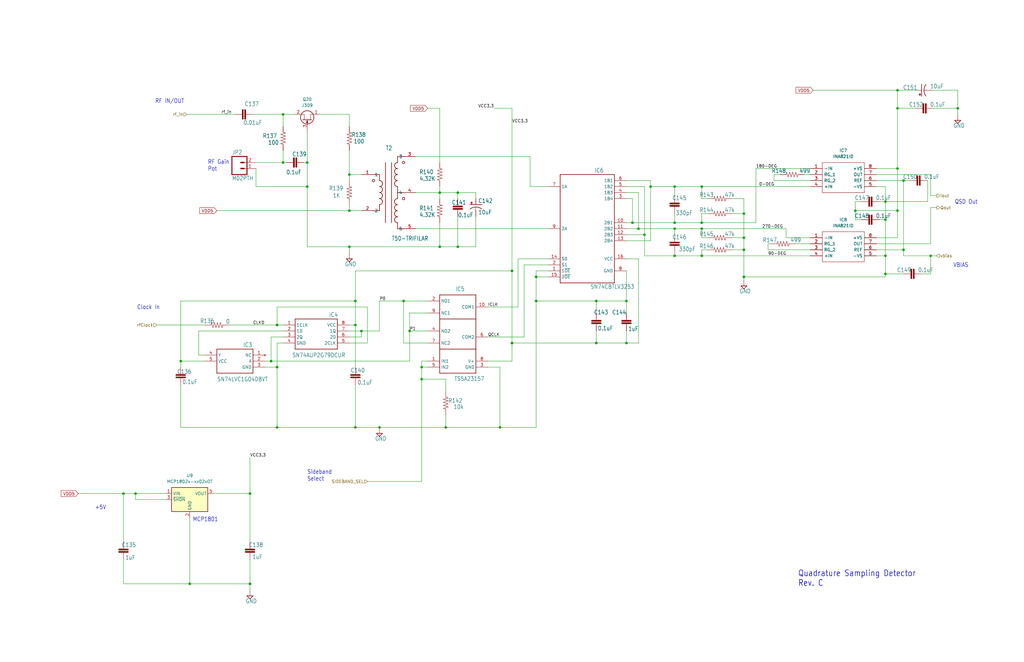
<source format=kicad_sch>
(kicad_sch (version 20230121) (generator eeschema)
  (paper "B")
  (lib_symbols
    (symbol "Device:Q_NJFET_DSG" (pin_names (offset 0) hide)
      (property "Reference" "Q" (at 5.08 1.27 0))
      (property "Value" "Q_NJFET_DSG" (at 5.08 -1.27 0))
      (symbol "Q_NJFET_DSG_1_1"
        (pin passive line (at 2.54 5.08 270) (length 2.54) (name "D") (number "1"))
        (pin passive line (at 2.54 -5.08 90) (length 2.54) (name "S") (number "2"))
        (pin input line (at -5.08 0 0) (length 5.334) (name "G") (number "3"))
      )
    )
    (symbol "Regulator_Linear:MCP1802x-xx02xOT"
      (property "Reference" "U" (at -6.35 6.35 0))
      (property "Value" "MCP1802x-xx02xOT" (at 0 6.35 0))
      (symbol "MCP1802x-xx02xOT_1_1"
        (pin power_in line (at -10.16 2.54 0) (length 2.54) (name "VIN") (number "1"))
        (pin power_in line (at 0 -7.62 90) (length 2.54) (name "GND") (number "2"))
        (pin input line (at -10.16 0 0) (length 2.54) (name "~{SHDN}") (number "3"))
        (pin no_connect line (at 7.62 0 180) (length 2.54) hide (name "NC") (number "4"))
        (pin power_out line (at 10.16 2.54 180) (length 2.54) (name "VOUT") (number "5"))
      )
    )
    (symbol "SamacSys_Parts:INA821ID" (pin_names (offset 0.762))
      (property "Reference" "IC" (at 24.13 7.62 0))
      (property "Value" "INA821ID" (at 24.13 5.08 0))
      (symbol "INA821ID_0_0"
        (pin passive line (at 0 0 0) (length 5.08) (name "-IN") (number "1"))
        (pin passive line (at 0 -2.54 0) (length 5.08) (name "RG_1") (number "2"))
        (pin passive line (at 0 -5.08 0) (length 5.08) (name "RG_2") (number "3"))
        (pin passive line (at 0 -7.62 0) (length 5.08) (name "+IN") (number "4"))
        (pin passive line (at 27.94 -7.62 180) (length 5.08) (name "-VS") (number "5"))
        (pin passive line (at 27.94 -5.08 180) (length 5.08) (name "REF") (number "6"))
        (pin passive line (at 27.94 -2.54 180) (length 5.08) (name "OUT") (number "7"))
        (pin passive line (at 27.94 0 180) (length 5.08) (name "+VS") (number "8"))
      )
    )
    (symbol "qsd_revB-eagle-import:10UF-25V-20%(PTH)"
      (property "Reference" "C" (at 1.016 0.635 0))
      (property "Value" "10UF-25V-20%(PTH)" (at 1.016 -4.191 0))
      (symbol "10UF-25V-20%(PTH)_1_0"
        (pin passive line (at 0 2.54 270) (length 2.54) (name "+") (number "1"))
        (pin passive line (at 0 -5.08 90) (length 2.54) (name "-") (number "2"))
      )
    )
    (symbol "qsd_revB-eagle-import:CAP0603-CAP"
      (property "Reference" "C" (at 1.524 2.921 0))
      (property "Value" "CAP0603-CAP" (at 1.524 -2.159 0))
      (symbol "CAP0603-CAP_1_0"
        (pin passive line (at 0 5.08 270) (length 2.54) (name "1") (number "1"))
        (pin passive line (at 0 -2.54 90) (length 2.54) (name "2") (number "2"))
      )
    )
    (symbol "qsd_revB-eagle-import:GND" (power)
      (property "Value" "GND" (at -1.905 -3.175 0))
      (symbol "GND_1_0"
        (pin power_in line (at 0 2.54 270) (length 2.54) (name "GND") (number "1"))
      )
    )
    (symbol "qsd_revB-eagle-import:M02PTH"
      (property "Reference" "JP" (at -2.54 5.842 0))
      (property "Value" "M02PTH" (at -2.54 -5.08 0))
      (symbol "M02PTH_1_0"
        (pin passive line (at 7.62 0 180) (length 5.08) (name "1") (number "1"))
        (pin passive line (at 7.62 2.54 180) (length 5.08) (name "2") (number "2"))
      )
    )
    (symbol "qsd_revB-eagle-import:RESISTOR0603-RES"
      (property "Reference" "R" (at -3.81 1.4986 0))
      (property "Value" "RESISTOR0603-RES" (at -3.81 -3.302 0))
      (symbol "RESISTOR0603-RES_1_0"
        (pin passive line (at -5.08 0 0) (length 2.54) (name "1") (number "1"))
        (pin passive line (at 5.08 0 180) (length 2.54) (name "2") (number "2"))
      )
    )
    (symbol "qsd_revB-eagle-import:SN74AUP2G79DCUR"
      (property "Reference" "IC1002" (at 19.304 4.318 0))
      (property "Value" "SN74AUP2G79DCUR" (at 3.81 -12.7 0))
      (symbol "SN74AUP2G79DCUR_1_0"
        (pin input line (at 0 0 0) (length 5.08) (name "1CLK") (number "1"))
        (pin input line (at 0 -2.54 0) (length 5.08) (name "1D") (number "2"))
        (pin output line (at 0 -5.08 0) (length 5.08) (name "2Q") (number "3"))
        (pin bidirectional line (at 0 -7.62 0) (length 5.08) (name "GND") (number "4"))
        (pin input line (at 27.94 -7.62 180) (length 5.08) (name "2CLK") (number "5"))
        (pin input line (at 27.94 -5.08 180) (length 5.08) (name "2D") (number "6"))
        (pin output line (at 27.94 -2.54 180) (length 5.08) (name "1Q") (number "7"))
        (pin input line (at 27.94 0 180) (length 5.08) (name "VCC") (number "8"))
      )
    )
    (symbol "qsd_revB-eagle-import:SN74CBTLV3253"
      (property "Reference" "IC1004" (at 14.478 46.482 0))
      (property "Value" "SN74CBTLV3253" (at 12.7 -2.54 0))
      (symbol "SN74CBTLV3253_1_0"
        (pin input line (at -5.08 5.08 0) (length 5.08) (name "1~{OE}") (number "1"))
        (pin bidirectional line (at 27.94 25.4 180) (length 5.08) (name "2B1") (number "10"))
        (pin bidirectional line (at 27.94 22.86 180) (length 5.08) (name "2B2") (number "11"))
        (pin bidirectional line (at 27.94 20.32 180) (length 5.08) (name "2B3") (number "12"))
        (pin bidirectional line (at 27.94 17.78 180) (length 5.08) (name "2B4") (number "13"))
        (pin input line (at -5.08 10.16 0) (length 5.08) (name "S0") (number "14"))
        (pin input line (at -5.08 2.54 0) (length 5.08) (name "2~{OE}") (number "15"))
        (pin input line (at 27.94 10.16 180) (length 5.08) (name "VCC") (number "16"))
        (pin input line (at -5.08 7.62 0) (length 5.08) (name "S1") (number "2"))
        (pin bidirectional line (at 27.94 35.56 180) (length 5.08) (name "1B4") (number "3"))
        (pin bidirectional line (at 27.94 38.1 180) (length 5.08) (name "1B3") (number "4"))
        (pin bidirectional line (at 27.94 40.64 180) (length 5.08) (name "1B2") (number "5"))
        (pin bidirectional line (at 27.94 43.18 180) (length 5.08) (name "1B1") (number "6"))
        (pin bidirectional line (at -5.08 40.64 0) (length 5.08) (name "1A") (number "7"))
        (pin bidirectional line (at 27.94 5.08 180) (length 5.08) (name "GND") (number "8"))
        (pin bidirectional line (at -5.08 22.86 0) (length 5.08) (name "2A") (number "9"))
      )
    )
    (symbol "qsd_revB-eagle-import:SN74LVC1G04DBVT"
      (property "Reference" "IC" (at 21.59 7.62 0))
      (property "Value" "SN74LVC1G04DBVT" (at 21.59 5.08 0))
      (symbol "SN74LVC1G04DBVT_1_0"
        (pin no_connect line (at 0 0 0) (length 5.08) (name "NC") (number "1"))
        (pin input line (at 0 -2.54 0) (length 5.08) (name "A") (number "2"))
        (pin power_in line (at 0 -5.08 0) (length 5.08) (name "GND") (number "3"))
        (pin output line (at 25.4 0 180) (length 5.08) (name "Y") (number "4"))
        (pin power_in line (at 25.4 -2.54 180) (length 5.08) (name "VCC") (number "5"))
      )
    )
    (symbol "qsd_revB-eagle-import:T50-TRIFILAR"
      (property "Reference" "T2" (at 5.08 25.4 0))
      (property "Value" "T50-TRIFILAR" (at 7.62 -12.7 0))
      (symbol "T50-TRIFILAR_1_0"
        (pin passive line (at -5.08 15.24 0) (length 5.08) (name "1") (number "1"))
        (pin passive line (at -5.08 0 0) (length 5.08) (name "2") (number "2"))
        (pin passive line (at 17.78 22.86 180) (length 5.08) (name "3") (number "3"))
        (pin passive line (at 17.78 7.62 180) (length 5.08) (name "4") (number "4"))
        (pin passive line (at 17.78 -7.62 180) (length 5.08) (name "5") (number "5"))
      )
    )
    (symbol "qsd_revB-eagle-import:TS5A23157"
      (property "Reference" "IC1003" (at 6.604 34.544 0))
      (property "Value" "TS5A23157" (at 6.096 -3.302 0))
      (symbol "TS5A23157_1_0"
        (pin input line (at -5.08 5.08 0) (length 5.08) (name "IN1") (number "1"))
        (pin bidirectional line (at 20.32 27.94 180) (length 5.08) (name "COM1") (number "10"))
        (pin bidirectional line (at -5.08 30.48 0) (length 5.08) (name "NO1") (number "2"))
        (pin bidirectional line (at 20.32 2.54 180) (length 5.08) (name "GND") (number "3"))
        (pin bidirectional line (at -5.08 17.78 0) (length 5.08) (name "NO2") (number "4"))
        (pin input line (at -5.08 2.54 0) (length 5.08) (name "IN2") (number "5"))
        (pin bidirectional line (at 20.32 15.24 180) (length 5.08) (name "COM2") (number "6"))
        (pin bidirectional line (at -5.08 12.7 0) (length 5.08) (name "NC2") (number "7"))
        (pin input line (at 20.32 5.08 180) (length 5.08) (name "V+") (number "8"))
        (pin bidirectional line (at -5.08 25.4 0) (length 5.08) (name "NC1") (number "9"))
      )
    )
  )
  (junction (at 266.7 93.98))
  (junction (at 269.24 96.52))
  (junction (at 177.8 160.02))
  (junction (at 193.04 81.28))
  (junction (at 378.46 71.12))
  (junction (at 52.07 208.28))
  (junction (at 274.32 78.74))
  (junction (at 403.86 45.72))
  (junction (at 295.91 96.52))
  (junction (at 264.16 127))
  (junction (at 80.01 246.38))
  (junction (at 57.15 208.28))
  (junction (at 147.32 88.9))
  (junction (at 210.82 180.34))
  (junction (at 378.46 45.72))
  (junction (at 378.46 88.9))
  (junction (at 226.06 116.84))
  (junction (at 313.69 105.41))
  (junction (at 105.41 208.28))
  (junction (at 116.84 180.34))
  (junction (at 284.48 107.95))
  (junction (at 313.69 90.17))
  (junction (at 373.38 85.09))
  (junction (at 215.9 144.78))
  (junction (at 264.16 144.78))
  (junction (at 119.38 68.58))
  (junction (at 160.02 180.34))
  (junction (at 149.86 180.34))
  (junction (at 373.38 92.71))
  (junction (at 381 105.41))
  (junction (at 185.42 104.14))
  (junction (at 129.54 68.58))
  (junction (at 373.38 107.95))
  (junction (at 215.9 114.3))
  (junction (at 271.78 99.06))
  (junction (at 251.46 127))
  (junction (at 284.48 96.52))
  (junction (at 381 76.2))
  (junction (at 116.84 154.94))
  (junction (at 152.4 139.7))
  (junction (at 119.38 48.26))
  (junction (at 295.91 107.95))
  (junction (at 170.18 127))
  (junction (at 295.91 78.74))
  (junction (at 284.48 78.74))
  (junction (at 114.3 152.4))
  (junction (at 147.32 104.14))
  (junction (at 193.04 104.14))
  (junction (at 295.91 93.98))
  (junction (at 177.8 154.94))
  (junction (at 129.54 78.74))
  (junction (at 226.06 127))
  (junction (at 172.72 139.7))
  (junction (at 116.84 137.16))
  (junction (at 147.32 73.66))
  (junction (at 284.48 93.98))
  (junction (at 373.38 115.57))
  (junction (at 392.43 107.95))
  (junction (at 185.42 81.28))
  (junction (at 313.69 100.33))
  (junction (at 76.2 152.4))
  (junction (at 378.46 38.1))
  (junction (at 105.41 246.38))
  (junction (at 360.68 88.9))
  (junction (at 149.86 137.16))
  (junction (at 187.96 180.34))
  (junction (at 251.46 144.78))
  (junction (at 313.69 116.84))
  (junction (at 149.86 127))
  (wire (pts (xy 147.32 76.2) (xy 147.32 73.66)))
  (wire (pts (xy 129.54 68.58) (xy 129.54 78.74)))
  (wire (pts (xy 177.8 160.02) (xy 177.8 203.2)))
  (wire (pts (xy 378.46 38.1) (xy 378.46 45.72)))
  (wire (pts (xy 129.54 78.74) (xy 129.54 104.14)))
  (wire (pts (xy 185.42 93.98) (xy 185.42 104.14)))
  (wire (pts (xy 378.46 71.12) (xy 378.46 88.9)))
  (wire (pts (xy 308.61 90.17) (xy 313.69 90.17)))
  (wire (pts (xy 323.85 105.41) (xy 323.85 102.87)))
  (wire (pts (xy 172.72 132.08) (xy 180.34 132.08)))
  (wire (pts (xy 373.38 115.57) (xy 373.38 116.84)))
  (wire (pts (xy 231.14 116.84) (xy 226.06 116.84)))
  (wire (pts (xy 298.45 100.33) (xy 295.91 100.33)))
  (wire (pts (xy 52.07 246.38) (xy 80.01 246.38)))
  (wire (pts (xy 218.44 109.22) (xy 231.14 109.22)))
  (wire (pts (xy 111.76 154.94) (xy 116.84 154.94)))
  (wire (pts (xy 369.57 100.33) (xy 378.46 100.33)))
  (wire (pts (xy 180.34 144.78) (xy 170.18 144.78)))
  (wire (pts (xy 200.66 104.14) (xy 193.04 104.14)))
  (wire (pts (xy 129.54 55.88) (xy 129.54 68.58)))
  (wire (pts (xy 378.46 100.33) (xy 378.46 88.9)))
  (wire (pts (xy 180.34 152.4) (xy 177.8 152.4)))
  (wire (pts (xy 147.32 86.36) (xy 147.32 88.9)))
  (wire (pts (xy 373.38 115.57) (xy 381 115.57)))
  (wire (pts (xy 391.16 76.2) (xy 391.16 85.09)))
  (wire (pts (xy 205.74 129.54) (xy 218.44 129.54)))
  (wire (pts (xy 284.48 93.98) (xy 266.7 93.98)))
  (wire (pts (xy 284.48 78.74) (xy 295.91 78.74)))
  (wire (pts (xy 147.32 88.9) (xy 152.4 88.9)))
  (wire (pts (xy 295.91 100.33) (xy 295.91 96.52)))
  (wire (pts (xy 193.04 91.44) (xy 193.04 104.14)))
  (wire (pts (xy 220.98 142.24) (xy 220.98 111.76)))
  (wire (pts (xy 210.82 180.34) (xy 226.06 180.34)))
  (wire (pts (xy 313.69 116.84) (xy 313.69 118.11)))
  (wire (pts (xy 149.86 127) (xy 149.86 114.3)))
  (wire (pts (xy 284.48 96.52) (xy 295.91 96.52)))
  (wire (pts (xy 388.62 115.57) (xy 392.43 115.57)))
  (wire (pts (xy 83.82 139.7) (xy 119.38 139.7)))
  (wire (pts (xy 373.38 107.95) (xy 373.38 115.57)))
  (wire (pts (xy 231.14 114.3) (xy 226.06 114.3)))
  (wire (pts (xy 105.41 236.22) (xy 105.41 246.38)))
  (wire (pts (xy 369.57 105.41) (xy 381 105.41)))
  (wire (pts (xy 80.01 218.44) (xy 80.01 246.38)))
  (wire (pts (xy 381 107.95) (xy 381 105.41)))
  (wire (pts (xy 193.04 81.28) (xy 185.42 81.28)))
  (wire (pts (xy 200.66 81.28) (xy 193.04 81.28)))
  (wire (pts (xy 328.93 73.66) (xy 326.39 73.66)))
  (wire (pts (xy 185.42 81.28) (xy 185.42 83.82)))
  (wire (pts (xy 298.45 90.17) (xy 295.91 90.17)))
  (wire (pts (xy 80.01 246.38) (xy 105.41 246.38)))
  (wire (pts (xy 392.43 73.66) (xy 392.43 82.55)))
  (wire (pts (xy 215.9 144.78) (xy 215.9 114.3)))
  (wire (pts (xy 271.78 99.06) (xy 264.16 99.06)))
  (wire (pts (xy 369.57 73.66) (xy 392.43 73.66)))
  (wire (pts (xy 200.66 83.82) (xy 200.66 81.28)))
  (wire (pts (xy 308.61 100.33) (xy 313.69 100.33)))
  (wire (pts (xy 154.94 129.54) (xy 116.84 129.54)))
  (wire (pts (xy 335.28 102.87) (xy 341.63 102.87)))
  (wire (pts (xy 392.43 82.55) (xy 394.97 82.55)))
  (wire (pts (xy 152.4 139.7) (xy 160.02 139.7)))
  (wire (pts (xy 187.96 175.26) (xy 187.96 180.34)))
  (wire (pts (xy 271.78 99.06) (xy 271.78 107.95)))
  (wire (pts (xy 210.82 180.34) (xy 187.96 180.34)))
  (wire (pts (xy 149.86 127) (xy 76.2 127)))
  (wire (pts (xy 251.46 144.78) (xy 264.16 144.78)))
  (wire (pts (xy 90.17 208.28) (xy 105.41 208.28)))
  (wire (pts (xy 218.44 129.54) (xy 218.44 109.22)))
  (wire (pts (xy 323.85 102.87) (xy 325.12 102.87)))
  (wire (pts (xy 394.97 107.95) (xy 392.43 107.95)))
  (wire (pts (xy 313.69 100.33) (xy 313.69 105.41)))
  (wire (pts (xy 116.84 154.94) (xy 116.84 180.34)))
  (wire (pts (xy 152.4 73.66) (xy 147.32 73.66)))
  (wire (pts (xy 147.32 137.16) (xy 149.86 137.16)))
  (wire (pts (xy 369.57 107.95) (xy 373.38 107.95)))
  (wire (pts (xy 373.38 92.71) (xy 373.38 107.95)))
  (wire (pts (xy 373.38 85.09) (xy 391.16 85.09)))
  (wire (pts (xy 298.45 83.82) (xy 295.91 83.82)))
  (wire (pts (xy 147.32 104.14) (xy 147.32 106.68)))
  (wire (pts (xy 378.46 45.72) (xy 386.08 45.72)))
  (wire (pts (xy 381 105.41) (xy 381 76.2)))
  (wire (pts (xy 269.24 109.22) (xy 269.24 144.78)))
  (wire (pts (xy 313.69 83.82) (xy 313.69 90.17)))
  (wire (pts (xy 149.86 114.3) (xy 215.9 114.3)))
  (wire (pts (xy 226.06 114.3) (xy 226.06 116.84)))
  (wire (pts (xy 313.69 90.17) (xy 313.69 100.33)))
  (wire (pts (xy 381 76.2) (xy 369.57 76.2)))
  (wire (pts (xy 129.54 104.14) (xy 147.32 104.14)))
  (wire (pts (xy 52.07 236.22) (xy 52.07 246.38)))
  (wire (pts (xy 69.85 210.82) (xy 57.15 210.82)))
  (wire (pts (xy 269.24 96.52) (xy 264.16 96.52)))
  (wire (pts (xy 160.02 139.7) (xy 160.02 127)))
  (wire (pts (xy 152.4 139.7) (xy 152.4 142.24)))
  (wire (pts (xy 180.34 45.72) (xy 185.42 45.72)))
  (wire (pts (xy 172.72 139.7) (xy 172.72 132.08)))
  (wire (pts (xy 177.8 154.94) (xy 177.8 160.02)))
  (wire (pts (xy 226.06 127) (xy 251.46 127)))
  (wire (pts (xy 369.57 78.74) (xy 373.38 78.74)))
  (wire (pts (xy 114.3 152.4) (xy 111.76 152.4)))
  (wire (pts (xy 86.36 149.86) (xy 83.82 149.86)))
  (wire (pts (xy 105.41 208.28) (xy 105.41 228.6)))
  (wire (pts (xy 205.74 154.94) (xy 210.82 154.94)))
  (wire (pts (xy 170.18 127) (xy 180.34 127)))
  (wire (pts (xy 298.45 105.41) (xy 295.91 105.41)))
  (wire (pts (xy 66.04 137.16) (xy 86.36 137.16)))
  (wire (pts (xy 392.43 107.95) (xy 381 107.95)))
  (wire (pts (xy 147.32 73.66) (xy 147.32 63.5)))
  (wire (pts (xy 33.02 208.28) (xy 52.07 208.28)))
  (wire (pts (xy 119.38 142.24) (xy 114.3 142.24)))
  (wire (pts (xy 223.52 66.04) (xy 223.52 78.74)))
  (wire (pts (xy 116.84 144.78) (xy 116.84 154.94)))
  (wire (pts (xy 107.95 71.12) (xy 107.95 78.74)))
  (wire (pts (xy 274.32 78.74) (xy 274.32 76.2)))
  (wire (pts (xy 403.86 38.1) (xy 403.86 45.72)))
  (wire (pts (xy 154.94 144.78) (xy 154.94 129.54)))
  (wire (pts (xy 147.32 53.34) (xy 147.32 48.26)))
  (wire (pts (xy 149.86 137.16) (xy 149.86 154.94)))
  (wire (pts (xy 76.2 162.56) (xy 76.2 180.34)))
  (wire (pts (xy 392.43 87.63) (xy 394.97 87.63)))
  (wire (pts (xy 393.7 45.72) (xy 403.86 45.72)))
  (wire (pts (xy 271.78 107.95) (xy 284.48 107.95)))
  (wire (pts (xy 177.8 152.4) (xy 177.8 154.94)))
  (wire (pts (xy 119.38 137.16) (xy 116.84 137.16)))
  (wire (pts (xy 295.91 107.95) (xy 341.63 107.95)))
  (wire (pts (xy 360.68 88.9) (xy 378.46 88.9)))
  (wire (pts (xy 392.43 102.87) (xy 392.43 87.63)))
  (wire (pts (xy 175.26 66.04) (xy 223.52 66.04)))
  (wire (pts (xy 360.68 88.9) (xy 360.68 92.71)))
  (wire (pts (xy 210.82 154.94) (xy 210.82 180.34)))
  (wire (pts (xy 180.34 139.7) (xy 172.72 139.7)))
  (wire (pts (xy 331.47 100.33) (xy 341.63 100.33)))
  (wire (pts (xy 185.42 78.74) (xy 185.42 81.28)))
  (wire (pts (xy 264.16 139.7) (xy 264.16 144.78)))
  (wire (pts (xy 106.68 48.26) (xy 119.38 48.26)))
  (wire (pts (xy 175.26 81.28) (xy 185.42 81.28)))
  (wire (pts (xy 363.22 85.09) (xy 360.68 85.09)))
  (wire (pts (xy 226.06 127) (xy 226.06 180.34)))
  (wire (pts (xy 107.95 68.58) (xy 119.38 68.58)))
  (wire (pts (xy 269.24 81.28) (xy 269.24 96.52)))
  (wire (pts (xy 193.04 104.14) (xy 185.42 104.14)))
  (wire (pts (xy 52.07 208.28) (xy 52.07 228.6)))
  (wire (pts (xy 369.57 102.87) (xy 392.43 102.87)))
  (wire (pts (xy 360.68 92.71) (xy 363.22 92.71)))
  (wire (pts (xy 215.9 45.72) (xy 208.28 45.72)))
  (wire (pts (xy 119.38 68.58) (xy 120.65 68.58)))
  (wire (pts (xy 175.26 96.52) (xy 231.14 96.52)))
  (wire (pts (xy 172.72 152.4) (xy 172.72 139.7)))
  (wire (pts (xy 308.61 83.82) (xy 313.69 83.82)))
  (wire (pts (xy 264.16 101.6) (xy 274.32 101.6)))
  (wire (pts (xy 271.78 78.74) (xy 271.78 99.06)))
  (wire (pts (xy 220.98 111.76) (xy 231.14 111.76)))
  (wire (pts (xy 149.86 137.16) (xy 149.86 127)))
  (wire (pts (xy 147.32 144.78) (xy 154.94 144.78)))
  (wire (pts (xy 119.38 63.5) (xy 119.38 68.58)))
  (wire (pts (xy 57.15 208.28) (xy 52.07 208.28)))
  (wire (pts (xy 187.96 160.02) (xy 177.8 160.02)))
  (wire (pts (xy 147.32 139.7) (xy 152.4 139.7)))
  (wire (pts (xy 360.68 85.09) (xy 360.68 88.9)))
  (wire (pts (xy 373.38 78.74) (xy 373.38 85.09)))
  (wire (pts (xy 116.84 129.54) (xy 116.84 137.16)))
  (wire (pts (xy 187.96 165.1) (xy 187.96 160.02)))
  (wire (pts (xy 264.16 127) (xy 251.46 127)))
  (wire (pts (xy 180.34 154.94) (xy 177.8 154.94)))
  (wire (pts (xy 284.48 82.55) (xy 284.48 78.74)))
  (wire (pts (xy 295.91 105.41) (xy 295.91 107.95)))
  (wire (pts (xy 284.48 107.95) (xy 295.91 107.95)))
  (wire (pts (xy 264.16 114.3) (xy 264.16 127)))
  (wire (pts (xy 274.32 78.74) (xy 274.32 101.6)))
  (wire (pts (xy 295.91 90.17) (xy 295.91 93.98)))
  (wire (pts (xy 369.57 71.12) (xy 378.46 71.12)))
  (wire (pts (xy 392.43 115.57) (xy 392.43 107.95)))
  (wire (pts (xy 251.46 132.08) (xy 251.46 127)))
  (wire (pts (xy 134.62 48.26) (xy 147.32 48.26)))
  (wire (pts (xy 116.84 180.34) (xy 149.86 180.34)))
  (wire (pts (xy 149.86 162.56) (xy 149.86 180.34)))
  (wire (pts (xy 205.74 142.24) (xy 220.98 142.24)))
  (wire (pts (xy 119.38 144.78) (xy 116.84 144.78)))
  (wire (pts (xy 119.38 53.34) (xy 119.38 48.26)))
  (wire (pts (xy 96.52 137.16) (xy 116.84 137.16)))
  (wire (pts (xy 223.52 78.74) (xy 231.14 78.74)))
  (wire (pts (xy 187.96 180.34) (xy 160.02 180.34)))
  (wire (pts (xy 205.74 152.4) (xy 215.9 152.4)))
  (wire (pts (xy 295.91 78.74) (xy 341.63 78.74)))
  (wire (pts (xy 295.91 83.82) (xy 295.91 78.74)))
  (wire (pts (xy 393.7 38.1) (xy 403.86 38.1)))
  (wire (pts (xy 107.95 78.74) (xy 129.54 78.74)))
  (wire (pts (xy 284.48 96.52) (xy 284.48 99.06)))
  (wire (pts (xy 269.24 96.52) (xy 284.48 96.52)))
  (wire (pts (xy 200.66 91.44) (xy 200.66 104.14)))
  (wire (pts (xy 91.44 88.9) (xy 147.32 88.9)))
  (wire (pts (xy 264.16 81.28) (xy 269.24 81.28)))
  (wire (pts (xy 99.06 48.26) (xy 78.74 48.26)))
  (wire (pts (xy 295.91 96.52) (xy 331.47 96.52)))
  (wire (pts (xy 105.41 208.28) (xy 105.41 193.04)))
  (wire (pts (xy 373.38 85.09) (xy 373.38 92.71)))
  (wire (pts (xy 57.15 210.82) (xy 57.15 208.28)))
  (wire (pts (xy 185.42 45.72) (xy 185.42 68.58)))
  (wire (pts (xy 318.77 93.98) (xy 295.91 93.98)))
  (wire (pts (xy 318.77 71.12) (xy 341.63 71.12)))
  (wire (pts (xy 373.38 116.84) (xy 313.69 116.84)))
  (wire (pts (xy 264.16 83.82) (xy 266.7 83.82)))
  (wire (pts (xy 264.16 109.22) (xy 269.24 109.22)))
  (wire (pts (xy 185.42 104.14) (xy 147.32 104.14)))
  (wire (pts (xy 284.48 106.68) (xy 284.48 107.95)))
  (wire (pts (xy 323.85 105.41) (xy 341.63 105.41)))
  (wire (pts (xy 215.9 152.4) (xy 215.9 144.78)))
  (wire (pts (xy 76.2 154.94) (xy 76.2 152.4)))
  (wire (pts (xy 226.06 116.84) (xy 226.06 127)))
  (wire (pts (xy 215.9 144.78) (xy 251.46 144.78)))
  (wire (pts (xy 69.85 208.28) (xy 57.15 208.28)))
  (wire (pts (xy 342.9 38.1) (xy 378.46 38.1)))
  (wire (pts (xy 76.2 152.4) (xy 86.36 152.4)))
  (wire (pts (xy 326.39 76.2) (xy 341.63 76.2)))
  (wire (pts (xy 160.02 127) (xy 170.18 127)))
  (wire (pts (xy 152.4 142.24) (xy 147.32 142.24)))
  (wire (pts (xy 266.7 93.98) (xy 264.16 93.98)))
  (wire (pts (xy 295.91 93.98) (xy 284.48 93.98)))
  (wire (pts (xy 331.47 96.52) (xy 331.47 100.33)))
  (wire (pts (xy 193.04 83.82) (xy 193.04 81.28)))
  (wire (pts (xy 215.9 45.72) (xy 215.9 114.3)))
  (wire (pts (xy 251.46 139.7) (xy 251.46 144.78)))
  (wire (pts (xy 264.16 78.74) (xy 271.78 78.74)))
  (wire (pts (xy 386.08 38.1) (xy 378.46 38.1)))
  (wire (pts (xy 83.82 149.86) (xy 83.82 139.7)))
  (wire (pts (xy 177.8 203.2) (xy 154.94 203.2)))
  (wire (pts (xy 284.48 90.17) (xy 284.48 93.98)))
  (wire (pts (xy 266.7 83.82) (xy 266.7 93.98)))
  (wire (pts (xy 370.84 85.09) (xy 373.38 85.09)))
  (wire (pts (xy 264.16 144.78) (xy 269.24 144.78)))
  (wire (pts (xy 274.32 76.2) (xy 264.16 76.2)))
  (wire (pts (xy 313.69 105.41) (xy 313.69 116.84)))
  (wire (pts (xy 308.61 105.41) (xy 313.69 105.41)))
  (wire (pts (xy 170.18 144.78) (xy 170.18 127)))
  (wire (pts (xy 149.86 180.34) (xy 160.02 180.34)))
  (wire (pts (xy 76.2 127) (xy 76.2 152.4)))
  (wire (pts (xy 339.09 73.66) (xy 341.63 73.66)))
  (wire (pts (xy 128.27 68.58) (xy 129.54 68.58)))
  (wire (pts (xy 114.3 152.4) (xy 172.72 152.4)))
  (wire (pts (xy 114.3 142.24) (xy 114.3 152.4)))
  (wire (pts (xy 381 76.2) (xy 383.54 76.2)))
  (wire (pts (xy 370.84 92.71) (xy 373.38 92.71)))
  (wire (pts (xy 378.46 45.72) (xy 378.46 71.12)))
  (wire (pts (xy 318.77 93.98) (xy 318.77 71.12)))
  (wire (pts (xy 116.84 180.34) (xy 76.2 180.34)))
  (wire (pts (xy 264.16 127) (xy 264.16 132.08)))
  (wire (pts (xy 326.39 73.66) (xy 326.39 76.2)))
  (wire (pts (xy 105.41 246.38) (xy 105.41 248.92)))
  (wire (pts (xy 119.38 48.26) (xy 124.46 48.26)))
  (wire (pts (xy 403.86 45.72) (xy 403.86 48.26)))
  (wire (pts (xy 284.48 78.74) (xy 274.32 78.74)))
  (text "Clock In" (at 57.785 130.81 0) (effects (font (size 1.778 1.5113)) (justify left bottom)))
  (text "RF Gain\nPot" (at 87.63 72.39 0) (effects (font (size 1.778 1.5113)) (justify left bottom)))
  (text "Sideband\nSelect" (at 129.54 203.2 0) (effects (font (size 1.778 1.5113)) (justify left bottom)))
  (text "MCP1801" (at 81.28 220.345 0) (effects (font (size 1.778 1.5113)) (justify left bottom)))
  (text "QSD Out" (at 402.59 86.36 0) (effects (font (size 1.778 1.5113)) (justify left bottom)))
  (text "RF IN/OUT" (at 65.405 43.815 0) (effects (font (size 1.778 1.5113)) (justify left bottom)))
  (text "+5V" (at 40.005 215.265 0) (effects (font (size 1.778 1.5113)) (justify left bottom)))
  (text "VBIAS" (at 401.955 113.03 0) (effects (font (size 1.778 1.5113)) (justify left bottom)))
  (text "Quadrature Sampling Detector\nRev. C" (at 336.55 247.65 0) (effects (font (size 2.54 2.159)) (justify left bottom)))
  (text "Quadrature Sampling Detector\nRev. C" (at 336.55 247.65 0) (effects (font (size 2.54 2.159)) (justify left bottom)))
  (label "rf_in" (at 93.345 48.26 0) (effects (font (size 1.2446 1.2446))))
  (label "P0" (at 160.02 127 0) (effects (font (size 1.2446 1.2446))))
  (label "P1" (at 172.72 139.7 0) (effects (font (size 1.2446 1.2446))))
  (label "ICLK" (at 205.74 129.54 0) (effects (font (size 1.2446 1.2446))))
  (label "90-DEG" (at 323.85 107.95 0) (effects (font (size 1.2446 1.2446))))
  (label "VCC3.3" (at 215.9 52.07 0) (effects (font (size 1.2446 1.2446))))
  (label "VCC3.3" (at 208.28 45.72 180) (effects (font (size 1.2446 1.2446))))
  (label "0-DEG" (at 320.04 78.74 0) (effects (font (size 1.2446 1.2446))))
  (label "270-DEG" (at 321.31 96.52 0) (effects (font (size 1.2446 1.2446))))
  (label "VCC3.3" (at 105.41 193.04 0) (effects (font (size 1.2446 1.2446))))
  (label "180-DEG" (at 318.77 71.12 0) (effects (font (size 1.2446 1.2446))))
  (label "QCLK" (at 205.74 142.24 0) (effects (font (size 1.2446 1.2446))))
  (label "CLK0" (at 106.68 137.16 0) (effects (font (size 1.2446 1.2446))))
  (global_label "VDD5" (shape input) (at 180.34 45.72 180) (property "Intersheetrefs" "${INTERSHEET_REFS}" (at 172.5167 45.72 0) (effects (justify right))))
  (global_label "VDD5" (shape input) (at 91.44 88.9 180) (property "Intersheetrefs" "${INTERSHEET_REFS}" (at 83.6167 88.9 0) (effects (justify right))))
  (global_label "VDD5" (shape input) (at 342.9 38.1 180) (property "Intersheetrefs" "${INTERSHEET_REFS}" (at 335.0767 38.1 0) (effects (justify right))))
  (global_label "VDD5" (shape input) (at 33.02 208.28 180) (property "Intersheetrefs" "${INTERSHEET_REFS}" (at 25.1967 208.28 0) (effects (justify right))))
  (hierarchical_label "Iout" (shape output) (at 394.97 82.55 0))
  (hierarchical_label "vbias" (shape input) (at 394.97 107.95 0))
  (hierarchical_label "rfClock" (shape input) (at 66.04 137.16 180))
  (hierarchical_label "rf_in" (shape input) (at 78.74 48.26 180))
  (hierarchical_label "SIDEBAND_SEL" (shape input) (at 154.94 203.2 180))
  (hierarchical_label "Qout" (shape output) (at 394.97 87.63 0))
  (symbol (lib_id "Regulator_Linear:MCP1802x-xx02xOT") (at 80.01 210.82 0) (unit 1)
    (property "Reference" "U9" (at 80.01 200.66 0))
    (property "Value" "MCP1802x-xx02xOT" (at 80.01 203.2 0))
    (property "Footprint" "Package_TO_SOT_SMD:SOT-23-5" (effects hide))
    (property "Datasheet" "http://ww1.microchip.com/downloads/en/DeviceDoc/22053C.pdf" (effects hide))
  )
  (symbol (lib_id "Device:Q_NJFET_DSG") (at 129.54 50.8 270) (mirror x) (unit 1)
    (property "Reference" "Q20" (at 129.54 41.91 90))
    (property "Value" "J309" (at 129.54 44.45 90))
    (property "Footprint" "Package_TO_SOT_SMD:SOT-23" (effects hide))
    (instances (project "fieldRadio" (path "" (reference "Q20") (unit 1))) (project "qsd_revC" (path "" (reference "Q1") (unit 1))))
  )
  (symbol (lib_id "qsd_revB-eagle-import:RESISTOR0603-RES") (at 303.53 83.82 180) (unit 1)
    (property "Reference" "R143" (at 300.99 81.28 0) (effects (font (size 1.778 1.5113)) (justify left bottom)))
    (property "Value" "47k" (at 309.88 81.28 0) (effects (font (size 1.778 1.5113)) (justify left bottom)))
    (property "Footprint" "Resistor_SMD:R_0603_1608Metric_Pad0.98x0.95mm_HandSolder" (effects hide))
    (instances (project "fieldRadio" (path "" (reference "R143") (unit 1))) (project "qsd_revC" (path "" (reference "R4") (unit 1))))
  )
  (symbol (lib_id "qsd_revB-eagle-import:RESISTOR0603-RES") (at 185.42 73.66 90) (unit 1)
    (property "Reference" "R140" (at 182.88 71.6026 90) (effects (font (size 1.778 1.5113)) (justify left bottom)))
    (property "Value" "4.32K" (at 183.642 74.422 90) (effects (font (size 1.778 1.5113)) (justify left bottom)))
    (property "Footprint" "Resistor_SMD:R_0603_1608Metric_Pad0.98x0.95mm_HandSolder" (effects hide))
    (instances (project "fieldRadio" (path "" (reference "R140") (unit 1))) (project "qsd_revC" (path "" (reference "R8") (unit 1))))
  )
  (symbol (lib_id "qsd_revB-eagle-import:CAP0603-CAP") (at 284.48 101.6 180) (unit 1)
    (property "Reference" "C146" (at 289.56 99.06 0) (effects (font (size 1.778 1.5113)) (justify left bottom)))
    (property "Value" "330pF" (at 293.37 104.14 0) (effects (font (size 1.778 1.5113)) (justify left bottom)))
    (property "Footprint" "Capacitor_SMD:C_0603_1608Metric_Pad1.08x0.95mm_HandSolder" (effects hide))
    (instances (project "fieldRadio" (path "" (reference "C146") (unit 1))) (project "qsd_revC" (path "" (reference "C15") (unit 1))))
  )
  (symbol (lib_id "qsd_revB-eagle-import:CAP0603-CAP") (at 52.07 231.14 180) (unit 1)
    (property "Reference" "C135" (at 57.404 228.981 0) (effects (font (size 1.778 1.5113)) (justify left bottom)))
    (property "Value" "1uF" (at 57.15 234.315 0) (effects (font (size 1.778 1.5113)) (justify left bottom)))
    (property "Footprint" "Capacitor_SMD:C_0603_1608Metric_Pad1.08x0.95mm_HandSolder" (effects hide))
    (instances (project "fieldRadio" (path "" (reference "C135") (unit 1))) (project "qsd_revC" (path "" (reference "C1") (unit 1))))
  )
  (symbol (lib_id "qsd_revB-eagle-import:CAP0603-CAP") (at 284.48 85.09 180) (unit 1)
    (property "Reference" "C145" (at 289.56 82.55 0) (effects (font (size 1.778 1.5113)) (justify left bottom)))
    (property "Value" "330pF" (at 292.1 88.9 0) (effects (font (size 1.778 1.5113)) (justify left bottom)))
    (property "Footprint" "Capacitor_SMD:C_0603_1608Metric_Pad1.08x0.95mm_HandSolder" (effects hide))
    (instances (project "fieldRadio" (path "" (reference "C145") (unit 1))) (project "qsd_revC" (path "" (reference "C13") (unit 1))))
  )
  (symbol (lib_id "qsd_revB-eagle-import:RESISTOR0603-RES") (at 187.96 170.18 90) (unit 1)
    (property "Reference" "R142" (at 195.072 168.1226 90) (effects (font (size 1.778 1.5113)) (justify left bottom)))
    (property "Value" "10k" (at 195.58 170.688 90) (effects (font (size 1.778 1.5113)) (justify left bottom)))
    (property "Footprint" "Resistor_SMD:R_0603_1608Metric_Pad0.98x0.95mm_HandSolder" (effects hide))
    (instances (project "fieldRadio" (path "" (reference "R142") (unit 1))) (project "qsd_revC" (path "" (reference "R10") (unit 1))))
  )
  (symbol (lib_id "qsd_revB-eagle-import:CAP0603-CAP") (at 193.04 86.36 180) (unit 1)
    (property "Reference" "C141" (at 196.596 84.455 0) (effects (font (size 1.778 1.5113)) (justify left bottom)))
    (property "Value" "0.1uF" (at 199.644 89.789 0) (effects (font (size 1.778 1.5113)) (justify left bottom)))
    (property "Footprint" "Capacitor_SMD:C_0603_1608Metric_Pad1.08x0.95mm_HandSolder" (effects hide))
    (instances (project "fieldRadio" (path "" (reference "C141") (unit 1))) (project "qsd_revC" (path "" (reference "C6") (unit 1))))
  )
  (symbol (lib_id "qsd_revB-eagle-import:CAP0603-CAP") (at 251.46 134.62 180) (unit 1)
    (property "Reference" "C143" (at 256.54 130.81 0) (effects (font (size 1.778 1.5113)) (justify left bottom)))
    (property "Value" "0.1uF" (at 258.572 137.541 0) (effects (font (size 1.778 1.5113)) (justify left bottom)))
    (property "Footprint" "Capacitor_SMD:C_0603_1608Metric_Pad1.08x0.95mm_HandSolder" (effects hide))
    (instances (project "fieldRadio" (path "" (reference "C143") (unit 1))) (project "qsd_revC" (path "" (reference "C10") (unit 1))))
  )
  (symbol (lib_id "qsd_revB-eagle-import:RESISTOR0603-RES") (at 303.53 100.33 180) (unit 1)
    (property "Reference" "R145" (at 300.99 97.79 0) (effects (font (size 1.778 1.5113)) (justify left bottom)))
    (property "Value" "47k" (at 309.88 97.79 0) (effects (font (size 1.778 1.5113)) (justify left bottom)))
    (property "Footprint" "Resistor_SMD:R_0603_1608Metric_Pad0.98x0.95mm_HandSolder" (effects hide))
    (instances (project "fieldRadio" (path "" (reference "R145") (unit 1))) (project "qsd_revC" (path "" (reference "R12") (unit 1))))
  )
  (symbol (lib_id "qsd_revB-eagle-import:CAP0603-CAP") (at 123.19 68.58 270) (unit 1)
    (property "Reference" "C139" (at 123.19 66.04 90) (effects (font (size 1.778 1.5113)) (justify left bottom)))
    (property "Value" "0.1uF" (at 120.65 73.66 90) (effects (font (size 1.778 1.5113)) (justify left bottom)))
    (property "Footprint" "Capacitor_SMD:C_0603_1608Metric_Pad1.08x0.95mm_HandSolder" (effects hide))
    (instances (project "fieldRadio" (path "" (reference "C139") (unit 1))) (project "qsd_revC" (path "" (reference "C16") (unit 1))))
  )
  (symbol (lib_id "qsd_revB-eagle-import:CAP0603-CAP") (at 386.08 76.2 270) (unit 1)
    (property "Reference" "C150" (at 380.746 75.565 90) (effects (font (size 1.778 1.5113)) (justify left bottom)))
    (property "Value" "0.1uF" (at 389.636 75.565 90) (effects (font (size 1.778 1.5113)) (justify left bottom)))
    (property "Footprint" "Capacitor_SMD:C_0603_1608Metric_Pad1.08x0.95mm_HandSolder" (effects hide))
    (instances (project "fieldRadio" (path "" (reference "C150") (unit 1))) (project "qsd_revC" (path "" (reference "C14") (unit 1))))
  )
  (symbol (lib_id "qsd_revB-eagle-import:CAP0603-CAP") (at 105.41 231.14 180) (unit 1)
    (property "Reference" "C138" (at 110.998 228.981 0) (effects (font (size 1.778 1.5113)) (justify left bottom)))
    (property "Value" "1uF" (at 110.744 234.061 0) (effects (font (size 1.778 1.5113)) (justify left bottom)))
    (property "Footprint" "Capacitor_SMD:C_0603_1608Metric_Pad1.08x0.95mm_HandSolder" (effects hide))
    (instances (project "fieldRadio" (path "" (reference "C138") (unit 1))) (project "qsd_revC" (path "" (reference "C4") (unit 1))))
  )
  (symbol (lib_id "qsd_revB-eagle-import:RESISTOR0603-RES") (at 330.2 102.87 180) (unit 1)
    (property "Reference" "R147" (at 327.66 100.33 0) (effects (font (size 1.778 1.5113)) (justify left bottom)))
    (property "Value" "499" (at 337.82 100.33 0) (effects (font (size 1.778 1.5113)) (justify left bottom)))
    (property "Footprint" "Resistor_SMD:R_0603_1608Metric_Pad0.98x0.95mm_HandSolder" (effects hide))
    (instances (project "fieldRadio" (path "" (reference "R147") (unit 1))) (project "qsd_revC" (path "" (reference "R2") (unit 1))))
  )
  (symbol (lib_id "qsd_revB-eagle-import:TS5A23157") (at 185.42 157.48 0) (unit 1)
    (property "Reference" "IC5" (at 192.024 122.936 0) (effects (font (size 1.778 1.5113)) (justify left bottom)))
    (property "Value" "TS5A23157" (at 191.516 160.782 0) (effects (font (size 1.778 1.5113)) (justify left bottom)))
    (property "Footprint" "Package_SO:VSSOP-10_3x3mm_P0.5mm" (effects hide))
    (instances (project "fieldRadio" (path "" (reference "IC5") (unit 1))) (project "qsd_revC" (path "" (reference "IC4") (unit 1))))
  )
  (symbol (lib_id "qsd_revB-eagle-import:CAP0603-CAP") (at 365.76 85.09 270) (unit 1)
    (property "Reference" "C147" (at 360.426 84.455 90) (effects (font (size 1.778 1.5113)) (justify left bottom)))
    (property "Value" "0.1uF" (at 369.316 84.455 90) (effects (font (size 1.778 1.5113)) (justify left bottom)))
    (property "Footprint" "Capacitor_SMD:C_0603_1608Metric_Pad1.08x0.95mm_HandSolder" (effects hide))
    (instances (project "fieldRadio" (path "" (reference "C147") (unit 1))) (project "qsd_revC" (path "" (reference "C8") (unit 1))))
  )
  (symbol (lib_id "qsd_revB-eagle-import:SN74CBTLV3253") (at 236.22 119.38 0) (unit 1)
    (property "Reference" "IC6" (at 250.698 72.898 0) (effects (font (size 1.778 1.5113)) (justify left bottom)))
    (property "Value" "SN74CBTLV3253" (at 248.92 121.92 0) (effects (font (size 1.778 1.5113)) (justify left bottom)))
    (property "Footprint" "Package_SO:TSSOP-16_4.4x5mm_P0.65mm" (effects hide))
    (instances (project "fieldRadio" (path "" (reference "IC6") (unit 1))) (project "qsd_revC" (path "" (reference "IC5") (unit 1))))
  )
  (symbol (lib_id "qsd_revB-eagle-import:GND") (at 160.02 182.88 0) (unit 1)
    (property "Reference" "#SUPPLY027" (effects hide))
    (property "Value" "GND" (at 158.115 186.055 0) (effects (font (size 1.778 1.5113)) (justify left bottom)))
    (property "Footprint" "qsd_revB:" (effects hide))
    (instances (project "fieldRadio" (path "" (reference "#SUPPLY027") (unit 1))) (project "qsd_revC" (path "" (reference "#SUPPLY05") (unit 1))))
  )
  (symbol (lib_id "qsd_revB-eagle-import:RESISTOR0603-RES") (at 147.32 81.28 90) (unit 1)
    (property "Reference" "R139" (at 144.78 78.4606 90) (effects (font (size 1.778 1.5113)) (justify left bottom)))
    (property "Value" "1K" (at 143.51 81.534 90) (effects (font (size 1.778 1.5113)) (justify left bottom)))
    (property "Footprint" "Resistor_SMD:R_0603_1608Metric_Pad0.98x0.95mm_HandSolder" (effects hide))
    (instances (project "fieldRadio" (path "" (reference "R139") (unit 1))) (project "qsd_revC" (path "" (reference "R7") (unit 1))))
  )
  (symbol (lib_id "qsd_revB-eagle-import:RESISTOR0603-RES") (at 119.38 58.42 90) (unit 1)
    (property "Reference" "R137" (at 116.84 56.3626 90) (effects (font (size 1.778 1.5113)) (justify left bottom)))
    (property "Value" "100" (at 117.602 59.182 90) (effects (font (size 1.778 1.5113)) (justify left bottom)))
    (property "Footprint" "Resistor_SMD:R_0603_1608Metric_Pad0.98x0.95mm_HandSolder" (effects hide))
    (instances (project "fieldRadio" (path "" (reference "R137") (unit 1))) (project "qsd_revC" (path "" (reference "R5") (unit 1))))
  )
  (symbol (lib_id "qsd_revB-eagle-import:RESISTOR0603-RES") (at 147.32 58.42 90) (unit 1)
    (property "Reference" "R138" (at 154.305 55.88 90) (effects (font (size 1.778 1.5113)) (justify left bottom)))
    (property "Value" "100" (at 153.67 58.674 90) (effects (font (size 1.778 1.5113)) (justify left bottom)))
    (property "Footprint" "Resistor_SMD:R_0603_1608Metric_Pad0.98x0.95mm_HandSolder" (effects hide))
    (instances (project "fieldRadio" (path "" (reference "R138") (unit 1))) (project "qsd_revC" (path "" (reference "R6") (unit 1))))
  )
  (symbol (lib_id "qsd_revB-eagle-import:RESISTOR0603-RES") (at 303.53 105.41 180) (unit 1)
    (property "Reference" "R146" (at 300.99 102.87 0) (effects (font (size 1.778 1.5113)) (justify left bottom)))
    (property "Value" "47k" (at 309.88 102.87 0) (effects (font (size 1.778 1.5113)) (justify left bottom)))
    (property "Footprint" "Resistor_SMD:R_0603_1608Metric_Pad0.98x0.95mm_HandSolder" (effects hide))
    (instances (project "fieldRadio" (path "" (reference "R146") (unit 1))) (project "qsd_revC" (path "" (reference "R13") (unit 1))))
  )
  (symbol (lib_id "qsd_revB-eagle-import:RESISTOR0603-RES") (at 91.44 137.16 180) (unit 1)
    (property "Reference" "R136" (at 84.328 136.4234 0) (effects (font (size 1.778 1.5113)) (justify right top)))
    (property "Value" "0" (at 95.25 136.652 0) (effects (font (size 1.778 1.5113)) (justify right top)))
    (property "Footprint" "Resistor_SMD:R_0603_1608Metric_Pad0.98x0.95mm_HandSolder" (effects hide))
    (instances (project "fieldRadio" (path "" (reference "R136") (unit 1))) (project "qsd_revC" (path "" (reference "R1") (unit 1))))
  )
  (symbol (lib_id "qsd_revB-eagle-import:GND") (at 147.32 109.22 0) (unit 1)
    (property "Reference" "#SUPPLY026" (effects hide))
    (property "Value" "GND" (at 145.415 112.395 0) (effects (font (size 1.778 1.5113)) (justify left bottom)))
    (property "Footprint" "qsd_revB:" (effects hide))
    (instances (project "fieldRadio" (path "" (reference "#SUPPLY026") (unit 1))) (project "qsd_revC" (path "" (reference "#SUPPLY04") (unit 1))))
  )
  (symbol (lib_id "qsd_revB-eagle-import:RESISTOR0603-RES") (at 303.53 90.17 180) (unit 1)
    (property "Reference" "R144" (at 300.99 87.63 0) (effects (font (size 1.778 1.5113)) (justify left bottom)))
    (property "Value" "47k" (at 309.88 87.63 0) (effects (font (size 1.778 1.5113)) (justify left bottom)))
    (property "Footprint" "Resistor_SMD:R_0603_1608Metric_Pad0.98x0.95mm_HandSolder" (effects hide))
    (instances (project "fieldRadio" (path "" (reference "R144") (unit 1))) (project "qsd_revC" (path "" (reference "R11") (unit 1))))
  )
  (symbol (lib_id "qsd_revB-eagle-import:10UF-25V-20%(PTH)") (at 200.66 86.36 0) (unit 1)
    (property "Reference" "C142" (at 201.676 85.725 0) (effects (font (size 1.778 1.5113)) (justify left bottom)))
    (property "Value" "10uF" (at 201.676 90.551 0) (effects (font (size 1.778 1.5113)) (justify left bottom)))
    (property "Footprint" "Capacitor_THT:CP_Radial_D6.3mm_P2.50mm" (effects hide))
    (instances (project "fieldRadio" (path "" (reference "C142") (unit 1))) (project "qsd_revC" (path "" (reference "C7") (unit 1))))
  )
  (symbol (lib_id "qsd_revB-eagle-import:CAP0603-CAP") (at 365.76 92.71 270) (unit 1)
    (property "Reference" "C148" (at 360.426 92.075 90) (effects (font (size 1.778 1.5113)) (justify left bottom)))
    (property "Value" "0.1uF" (at 369.316 92.075 90) (effects (font (size 1.778 1.5113)) (justify left bottom)))
    (property "Footprint" "Capacitor_SMD:C_0603_1608Metric_Pad1.08x0.95mm_HandSolder" (effects hide))
    (instances (project "fieldRadio" (path "" (reference "C148") (unit 1))) (project "qsd_revC" (path "" (reference "C9") (unit 1))))
  )
  (symbol (lib_id "qsd_revB-eagle-import:CAP0603-CAP") (at 264.16 134.62 180) (unit 1)
    (property "Reference" "C144" (at 264.16 130.81 0) (effects (font (size 1.778 1.5113)) (justify left bottom)))
    (property "Value" "1uF" (at 269.24 137.795 0) (effects (font (size 1.778 1.5113)) (justify left bottom)))
    (property "Footprint" "Capacitor_SMD:C_0603_1608Metric_Pad1.08x0.95mm_HandSolder" (effects hide))
    (instances (project "fieldRadio" (path "" (reference "C144") (unit 1))) (project "qsd_revC" (path "" (reference "C11") (unit 1))))
  )
  (symbol (lib_id "SamacSys_Parts:INA821ID") (at 341.63 71.12 0) (unit 1)
    (property "Reference" "IC7" (at 355.6 63.5 0))
    (property "Value" "INA821ID" (at 355.6 66.04 0))
    (property "Footprint" "SamacSys_Parts:SOIC127P600X175-8N" (effects hide))
    (property "Datasheet" "http://www.ti.com/lit/ds/symlink/ina821.pdf" (effects hide))
    (property "Description" "Instrumentation Amplifiers Precision Low Power INA" (effects hide))
    (property "Height" "1.75" (effects hide))
    (property "Mouser Part Number" "595-INA821ID" (effects hide))
    (property "Mouser Price/Stock" "https://www.mouser.co.uk/ProductDetail/Texas-Instruments/INA821ID?qs=LDGDZb5k%2F%252B%252BuXWq1hdAlSA%3D%3D" (effects hide))
    (property "Manufacturer_Name" "Texas Instruments" (effects hide))
    (property "Manufacturer_Part_Number" "INA821ID" (effects hide))
    (instances (project "fieldRadio" (path "" (reference "IC7") (unit 1))) (project "qsd_revC" (path "" (reference "IC6") (unit 1))))
  )
  (symbol (lib_id "qsd_revB-eagle-import:CAP0603-CAP") (at 388.62 45.72 270) (unit 1)
    (property "Reference" "C152" (at 383.286 45.085 90) (effects (font (size 1.778 1.5113)) (justify left bottom)))
    (property "Value" "0.1uF" (at 392.176 45.085 90) (effects (font (size 1.778 1.5113)) (justify left bottom)))
    (property "Footprint" "Capacitor_SMD:C_0603_1608Metric_Pad1.08x0.95mm_HandSolder" (effects hide))
    (instances (project "fieldRadio" (path "" (reference "C152") (unit 1))) (project "qsd_revC" (path "" (reference "C20") (unit 1))))
  )
  (symbol (lib_id "qsd_revB-eagle-import:CAP0603-CAP") (at 149.86 157.48 180) (unit 1)
    (property "Reference" "C140" (at 153.924 155.321 0) (effects (font (size 1.778 1.5113)) (justify left bottom)))
    (property "Value" "0.1uF" (at 157.226 160.401 0) (effects (font (size 1.778 1.5113)) (justify left bottom)))
    (property "Footprint" "Capacitor_SMD:C_0603_1608Metric_Pad1.08x0.95mm_HandSolder" (effects hide))
    (instances (project "fieldRadio" (path "" (reference "C140") (unit 1))) (project "qsd_revC" (path "" (reference "C5") (unit 1))))
  )
  (symbol (lib_id "qsd_revB-eagle-import:M02PTH") (at 100.33 71.12 0) (unit 1)
    (property "Reference" "JP2" (at 97.79 65.278 0) (effects (font (size 1.778 1.5113)) (justify left bottom)))
    (property "Value" "M02PTH" (at 97.79 76.2 0) (effects (font (size 1.778 1.5113)) (justify left bottom)))
    (property "Footprint" "Connector_PinHeader_2.54mm:PinHeader_1x02_P2.54mm_Vertical" (effects hide))
    (instances (project "fieldRadio" (path "" (reference "JP2") (unit 1))) (project "qsd_revC" (path "" (reference "JP7") (unit 1))))
  )
  (symbol (lib_id "qsd_revB-eagle-import:GND") (at 403.86 50.8 0) (unit 1)
    (property "Reference" "#SUPPLY029" (effects hide))
    (property "Value" "GND" (at 401.955 53.975 0) (effects (font (size 1.778 1.5113)) (justify left bottom)))
    (property "Footprint" "qsd_revB:" (effects hide))
    (instances (project "fieldRadio" (path "" (reference "#SUPPLY029") (unit 1))) (project "qsd_revC" (path "" (reference "#SUPPLY013") (unit 1))))
  )
  (symbol (lib_id "qsd_revB-eagle-import:SN74LVC1G04DBVT") (at 111.76 149.86 0) (mirror y) (unit 1)
    (property "Reference" "IC3" (at 106.426 145.542 0) (effects (font (size 1.778 1.5113)) (justify left)))
    (property "Value" "SN74LVC1G04DBVT" (at 113.03 160.02 0) (effects (font (size 1.778 1.5113)) (justify left)))
    (property "Footprint" "Package_TO_SOT_SMD:SOT-23-5_HandSoldering" (effects hide))
    (instances (project "fieldRadio" (path "" (reference "IC3") (unit 1))) (project "qsd_revC" (path "" (reference "IC2") (unit 1))))
  )
  (symbol (lib_id "qsd_revB-eagle-import:CAP0603-CAP") (at 76.2 157.48 180) (unit 1)
    (property "Reference" "C136" (at 80.772 155.829 0) (effects (font (size 1.778 1.5113)) (justify left bottom)))
    (property "Value" "0.1uF" (at 83.312 160.147 0) (effects (font (size 1.778 1.5113)) (justify left bottom)))
    (property "Footprint" "Capacitor_SMD:C_0603_1608Metric_Pad1.08x0.95mm_HandSolder" (effects hide))
    (instances (project "fieldRadio" (path "" (reference "C136") (unit 1))) (project "qsd_revC" (path "" (reference "C2") (unit 1))))
  )
  (symbol (lib_id "qsd_revB-eagle-import:RESISTOR0603-RES") (at 334.01 73.66 180) (unit 1)
    (property "Reference" "R148" (at 331.47 71.12 0) (effects (font (size 1.778 1.5113)) (justify left bottom)))
    (property "Value" "499" (at 341.63 71.12 0) (effects (font (size 1.778 1.5113)) (justify left bottom)))
    (property "Footprint" "Resistor_SMD:R_0603_1608Metric_Pad0.98x0.95mm_HandSolder" (effects hide))
    (instances (project "fieldRadio" (path "" (reference "R148") (unit 1))) (project "qsd_revC" (path "" (reference "R3") (unit 1))))
  )
  (symbol (lib_id "qsd_revB-eagle-import:SN74AUP2G79DCUR") (at 119.38 137.16 0) (unit 1)
    (property "Reference" "IC4" (at 138.684 132.842 0) (effects (font (size 1.778 1.5113)) (justify left)))
    (property "Value" "SN74AUP2G79DCUR" (at 123.19 149.86 0) (effects (font (size 1.778 1.5113)) (justify left)))
    (property "Footprint" "Package_SO:VSSOP-8_2.3x2mm_P0.5mm" (effects hide))
    (instances (project "fieldRadio" (path "" (reference "IC4") (unit 1))) (project "qsd_revC" (path "" (reference "IC3") (unit 1))))
  )
  (symbol (lib_id "qsd_revB-eagle-import:GND") (at 313.69 120.65 0) (unit 1)
    (property "Reference" "#SUPPLY028" (effects hide))
    (property "Value" "GND" (at 311.785 123.825 0) (effects (font (size 1.778 1.5113)) (justify left bottom)))
    (property "Footprint" "qsd_revB:" (effects hide))
    (instances (project "fieldRadio" (path "" (reference "#SUPPLY028") (unit 1))) (project "qsd_revC" (path "" (reference "#SUPPLY06") (unit 1))))
  )
  (symbol (lib_id "qsd_revB-eagle-import:10UF-25V-20%(PTH)") (at 388.62 38.1 90) (unit 1)
    (property "Reference" "C151" (at 386.842 35.941 90) (effects (font (size 1.778 1.5113)) (justify left bottom)))
    (property "Value" "10uF" (at 398.018 35.433 90) (effects (font (size 1.778 1.5113)) (justify left bottom)))
    (property "Footprint" "Capacitor_THT:CP_Radial_D6.3mm_P2.50mm" (effects hide))
    (instances (project "fieldRadio" (path "" (reference "C151") (unit 1))) (project "qsd_revC" (path "" (reference "C19") (unit 1))))
  )
  (symbol (lib_id "qsd_revB-eagle-import:CAP0603-CAP") (at 383.54 115.57 270) (unit 1)
    (property "Reference" "C149" (at 378.206 114.935 90) (effects (font (size 1.778 1.5113)) (justify left bottom)))
    (property "Value" "0.1uF" (at 387.096 114.935 90) (effects (font (size 1.778 1.5113)) (justify left bottom)))
    (property "Footprint" "Capacitor_SMD:C_0603_1608Metric_Pad1.08x0.95mm_HandSolder" (effects hide))
    (instances (project "fieldRadio" (path "" (reference "C149") (unit 1))) (project "qsd_revC" (path "" (reference "C12") (unit 1))))
  )
  (symbol (lib_id "qsd_revB-eagle-import:T50-TRIFILAR") (at 157.48 88.9 0) (unit 1)
    (property "Reference" "T2" (at 162.56 63.5 0) (effects (font (size 1.778 1.5113)) (justify left bottom)))
    (property "Value" "T50-TRIFILAR" (at 165.1 101.6 0) (effects (font (size 1.778 1.5113)) (justify left bottom)))
    (property "Footprint" "qsd:T50-TRIFILAR" (effects hide))
    (instances (project "fieldRadio" (path "" (reference "T2") (unit 1))) (project "qsd_revC" (path "" (reference "T1") (unit 1))))
  )
  (symbol (lib_id "qsd_revB-eagle-import:CAP0603-CAP") (at 101.6 48.26 270) (unit 1)
    (property "Reference" "C137" (at 103.124 44.831 90) (effects (font (size 1.778 1.5113)) (justify left bottom)))
    (property "Value" "0.01uF" (at 102.616 52.705 90) (effects (font (size 1.778 1.5113)) (justify left bottom)))
    (property "Footprint" "Capacitor_SMD:C_0603_1608Metric_Pad1.08x0.95mm_HandSolder" (effects hide))
    (instances (project "fieldRadio" (path "" (reference "C137") (unit 1))) (project "qsd_revC" (path "" (reference "C3") (unit 1))))
  )
  (symbol (lib_id "SamacSys_Parts:INA821ID") (at 341.63 100.33 0) (unit 1)
    (property "Reference" "IC8" (at 355.6 92.71 0))
    (property "Value" "INA821ID" (at 355.6 95.25 0))
    (property "Footprint" "SamacSys_Parts:SOIC127P600X175-8N" (effects hide))
    (property "Datasheet" "http://www.ti.com/lit/ds/symlink/ina821.pdf" (effects hide))
    (property "Description" "Instrumentation Amplifiers Precision Low Power INA" (effects hide))
    (property "Height" "1.75" (effects hide))
    (property "Mouser Part Number" "595-INA821ID" (effects hide))
    (property "Mouser Price/Stock" "https://www.mouser.co.uk/ProductDetail/Texas-Instruments/INA821ID?qs=LDGDZb5k%2F%252B%252BuXWq1hdAlSA%3D%3D" (effects hide))
    (property "Manufacturer_Name" "Texas Instruments" (effects hide))
    (property "Manufacturer_Part_Number" "INA821ID" (effects hide))
    (instances (project "fieldRadio" (path "" (reference "IC8") (unit 1))) (project "qsd_revC" (path "" (reference "IC7") (unit 1))))
  )
  (symbol (lib_id "qsd_revB-eagle-import:RESISTOR0603-RES") (at 185.42 88.9 90) (unit 1)
    (property "Reference" "R141" (at 182.88 86.8426 90) (effects (font (size 1.778 1.5113)) (justify left bottom)))
    (property "Value" "4.32K" (at 183.642 89.662 90) (effects (font (size 1.778 1.5113)) (justify left bottom)))
    (property "Footprint" "Resistor_SMD:R_0603_1608Metric_Pad0.98x0.95mm_HandSolder" (effects hide))
    (instances (project "fieldRadio" (path "" (reference "R141") (unit 1))) (project "qsd_revC" (path "" (reference "R9") (unit 1))))
  )
  (symbol (lib_id "qsd_revB-eagle-import:GND") (at 105.41 251.46 0) (unit 1)
    (property "Reference" "#SUPPLY025" (effects hide))
    (property "Value" "GND" (at 103.505 254.635 0) (effects (font (size 1.778 1.5113)) (justify left bottom)))
    (property "Footprint" "qsd_revB:" (effects hide))
    (instances (project "fieldRadio" (path "" (reference "#SUPPLY025") (unit 1))) (project "qsd_revC" (path "" (reference "#SUPPLY03") (unit 1))))
  )
)
</source>
